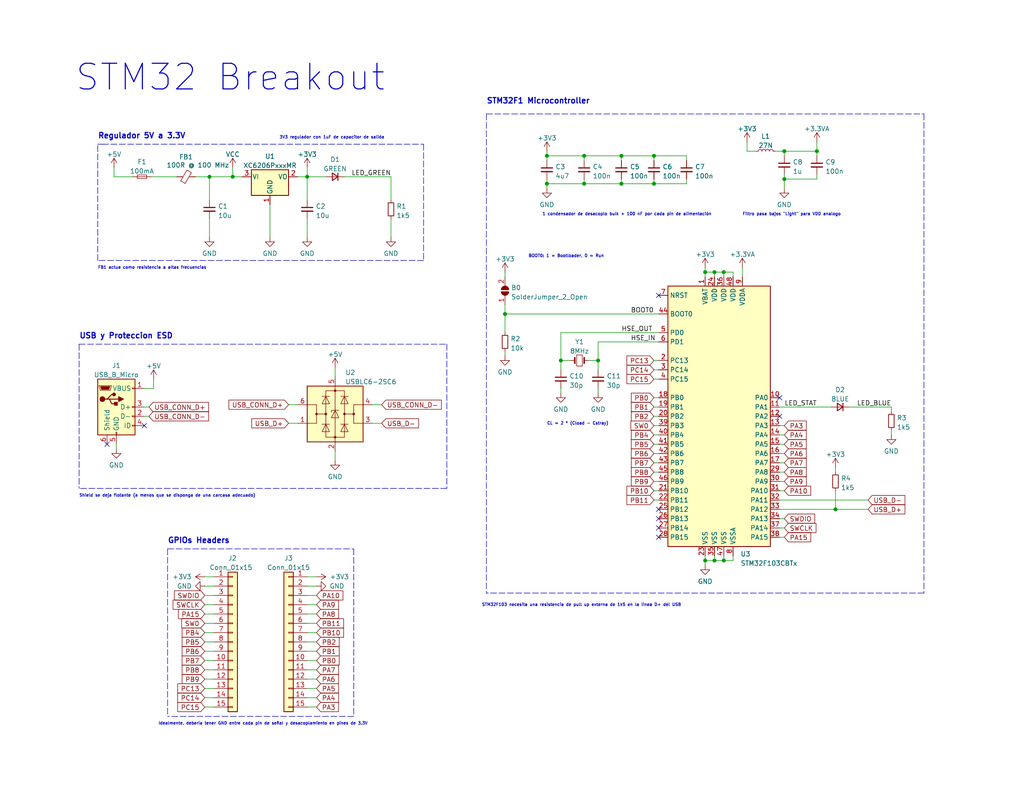
<source format=kicad_sch>
(kicad_sch (version 20211123) (generator eeschema)
  (paper "USLetter")
  (lib_symbols
    (symbol "Connector:USB_B_Micro" (pin_names (offset 1.016))
      (property "Reference" "J" (at -5.08 11.43 0))
      (property "Value" "USB_B_Micro" (at -5.08 8.89 0))
      (symbol "USB_B_Micro_0_1"
        (rectangle (start -5.08 -7.62) (end 5.08 7.62) (stroke (width 0.254)) (fill (type background)))
        (circle (center -3.81 2.159) (radius 0.635) (stroke (width 0.254)) (fill (type outline)))
        (circle (center -0.635 3.429) (radius 0.381) (stroke (width 0.254)) (fill (type outline)))
        (rectangle (start -0.127 -7.62) (end 0.127 -6.858))
        (polyline (pts (xy -1.905 2.159) (xy 0.635 2.159)) (stroke (width 0.254)))
        (polyline (pts (xy -3.175 2.159) (xy -2.54 2.159) (xy -1.27 3.429) (xy -0.635 3.429)) (stroke (width 0.254)))
        (polyline (pts (xy -2.54 2.159) (xy -1.905 2.159) (xy -1.27 0.889) (xy 0 0.889)) (stroke (width 0.254)))
        (polyline (pts (xy 0.635 2.794) (xy 0.635 1.524) (xy 1.905 2.159) (xy 0.635 2.794)) (stroke (width 0.254)) (fill (type outline)))
        (polyline (pts (xy -4.318 5.588) (xy -1.778 5.588) (xy -2.032 4.826) (xy -4.064 4.826) (xy -4.318 5.588)) (fill (type outline)))
        (polyline (pts (xy -4.699 5.842) (xy -4.699 5.588) (xy -4.445 4.826) (xy -4.445 4.572) (xy -1.651 4.572) (xy -1.651 4.826) (xy -1.397 5.588) (xy -1.397 5.842) (xy -4.699 5.842)))
        (rectangle (start 0.254 1.27) (end -0.508 0.508) (stroke (width 0.254)) (fill (type outline)))
        (rectangle (start 5.08 -5.207) (end 4.318 -4.953))
        (rectangle (start 5.08 -2.667) (end 4.318 -2.413))
        (rectangle (start 5.08 -0.127) (end 4.318 0.127))
        (rectangle (start 5.08 4.953) (end 4.318 5.207))
      )
      (symbol "USB_B_Micro_1_1"
        (pin power_out line (at 7.62 5.08 180) (length 2.54) (name "VBUS") (number "1"))
        (pin bidirectional line (at 7.62 -2.54 180) (length 2.54) (name "D-") (number "2"))
        (pin bidirectional line (at 7.62 0 180) (length 2.54) (name "D+") (number "3"))
        (pin passive line (at 7.62 -5.08 180) (length 2.54) (name "ID") (number "4"))
        (pin power_out line (at 0 -10.16 90) (length 2.54) (name "GND") (number "5"))
        (pin passive line (at -2.54 -10.16 90) (length 2.54) (name "Shield") (number "6"))
      )
    )
    (symbol "Connector_Generic:Conn_01x15" (pin_names (offset 1.016) hide)
      (property "Reference" "J" (at 0 20.32 0))
      (property "Value" "Conn_01x15" (at 0 -20.32 0))
      (symbol "Conn_01x15_1_1"
        (rectangle (start -1.27 -17.653) (end 0 -17.907) (stroke (width 0.1524)))
        (rectangle (start -1.27 -15.113) (end 0 -15.367) (stroke (width 0.1524)))
        (rectangle (start -1.27 -12.573) (end 0 -12.827) (stroke (width 0.1524)))
        (rectangle (start -1.27 -10.033) (end 0 -10.287) (stroke (width 0.1524)))
        (rectangle (start -1.27 -7.493) (end 0 -7.747) (stroke (width 0.1524)))
        (rectangle (start -1.27 -4.953) (end 0 -5.207) (stroke (width 0.1524)))
        (rectangle (start -1.27 -2.413) (end 0 -2.667) (stroke (width 0.1524)))
        (rectangle (start -1.27 0.127) (end 0 -0.127) (stroke (width 0.1524)))
        (rectangle (start -1.27 2.667) (end 0 2.413) (stroke (width 0.1524)))
        (rectangle (start -1.27 5.207) (end 0 4.953) (stroke (width 0.1524)))
        (rectangle (start -1.27 7.747) (end 0 7.493) (stroke (width 0.1524)))
        (rectangle (start -1.27 10.287) (end 0 10.033) (stroke (width 0.1524)))
        (rectangle (start -1.27 12.827) (end 0 12.573) (stroke (width 0.1524)))
        (rectangle (start -1.27 15.367) (end 0 15.113) (stroke (width 0.1524)))
        (rectangle (start -1.27 17.907) (end 0 17.653) (stroke (width 0.1524)))
        (rectangle (start -1.27 19.05) (end 1.27 -19.05) (stroke (width 0.254)) (fill (type background)))
        (pin passive line (at -5.08 17.78 0) (length 3.81) (name "Pin_1") (number "1"))
        (pin passive line (at -5.08 -5.08 0) (length 3.81) (name "Pin_10") (number "10"))
        (pin passive line (at -5.08 -7.62 0) (length 3.81) (name "Pin_11") (number "11"))
        (pin passive line (at -5.08 -10.16 0) (length 3.81) (name "Pin_12") (number "12"))
        (pin passive line (at -5.08 -12.7 0) (length 3.81) (name "Pin_13") (number "13"))
        (pin passive line (at -5.08 -15.24 0) (length 3.81) (name "Pin_14") (number "14"))
        (pin passive line (at -5.08 -17.78 0) (length 3.81) (name "Pin_15") (number "15"))
        (pin passive line (at -5.08 15.24 0) (length 3.81) (name "Pin_2") (number "2"))
        (pin passive line (at -5.08 12.7 0) (length 3.81) (name "Pin_3") (number "3"))
        (pin passive line (at -5.08 10.16 0) (length 3.81) (name "Pin_4") (number "4"))
        (pin passive line (at -5.08 7.62 0) (length 3.81) (name "Pin_5") (number "5"))
        (pin passive line (at -5.08 5.08 0) (length 3.81) (name "Pin_6") (number "6"))
        (pin passive line (at -5.08 2.54 0) (length 3.81) (name "Pin_7") (number "7"))
        (pin passive line (at -5.08 0 0) (length 3.81) (name "Pin_8") (number "8"))
        (pin passive line (at -5.08 -2.54 0) (length 3.81) (name "Pin_9") (number "9"))
      )
    )
    (symbol "Device:C_Small" (pin_numbers hide) (pin_names (offset 0.254) hide)
      (property "Reference" "C" (at 0.254 1.778 0))
      (property "Value" "C_Small" (at 0.254 -2.032 0))
      (symbol "C_Small_0_1"
        (polyline (pts (xy -1.524 -0.508) (xy 1.524 -0.508)) (stroke (width 0.3302)))
        (polyline (pts (xy -1.524 0.508) (xy 1.524 0.508)) (stroke (width 0.3048)))
      )
      (symbol "C_Small_1_1"
        (pin passive line (at 0 2.54 270) (length 2.032) (name "~") (number "1"))
        (pin passive line (at 0 -2.54 90) (length 2.032) (name "~") (number "2"))
      )
    )
    (symbol "Device:Crystal_Small" (pin_numbers hide) (pin_names (offset 1.016) hide)
      (property "Reference" "Y" (at 0 2.54 0))
      (property "Value" "Crystal_Small" (at 0 -2.54 0))
      (symbol "Crystal_Small_0_1"
        (rectangle (start -0.762 -1.524) (end 0.762 1.524))
        (polyline (pts (xy -1.27 -0.762) (xy -1.27 0.762)) (stroke (width 0.381)))
        (polyline (pts (xy 1.27 -0.762) (xy 1.27 0.762)) (stroke (width 0.381)))
      )
      (symbol "Crystal_Small_1_1"
        (pin passive line (at -2.54 0 0) (length 1.27) (name "1") (number "1"))
        (pin passive line (at 2.54 0 180) (length 1.27) (name "2") (number "2"))
      )
    )
    (symbol "Device:D_Small" (pin_numbers hide) (pin_names (offset 0.254) hide)
      (property "Reference" "D" (at -1.27 2.032 0))
      (property "Value" "D_Small" (at -3.81 -2.032 0))
      (symbol "D_Small_0_1"
        (polyline (pts (xy -0.762 -1.016) (xy -0.762 1.016)) (stroke (width 0.254)))
        (polyline (pts (xy -0.762 0) (xy 0.762 0)))
        (polyline (pts (xy 0.762 -1.016) (xy -0.762 0) (xy 0.762 1.016) (xy 0.762 -1.016)) (stroke (width 0.254)))
      )
      (symbol "D_Small_1_1"
        (pin passive line (at -2.54 0 0) (length 1.778) (name "K") (number "1"))
        (pin passive line (at 2.54 0 180) (length 1.778) (name "A") (number "2"))
      )
    )
    (symbol "Device:FerriteBead_Small" (pin_numbers hide) (pin_names (offset 0))
      (property "Reference" "FB" (at 1.905 1.27 0))
      (property "Value" "FerriteBead_Small" (at 1.905 -1.27 0))
      (symbol "FerriteBead_Small_0_1"
        (polyline (pts (xy 0 -1.27) (xy 0 -0.7874)))
        (polyline (pts (xy 0 0.889) (xy 0 1.2954)))
        (polyline (pts (xy -1.8288 0.2794) (xy -1.1176 1.4986) (xy 1.8288 -0.2032) (xy 1.1176 -1.4224) (xy -1.8288 0.2794)))
      )
      (symbol "FerriteBead_Small_1_1"
        (pin passive line (at 0 2.54 270) (length 1.27) (name "~") (number "1"))
        (pin passive line (at 0 -2.54 90) (length 1.27) (name "~") (number "2"))
      )
    )
    (symbol "Device:Fuse_Small" (pin_numbers hide) (pin_names (offset 0.254) hide)
      (property "Reference" "F" (at 0 -1.524 0))
      (property "Value" "Fuse_Small" (at 0 1.524 0))
      (symbol "Fuse_Small_0_1"
        (rectangle (start -1.27 0.508) (end 1.27 -0.508))
        (polyline (pts (xy -1.27 0) (xy 1.27 0)))
      )
      (symbol "Fuse_Small_1_1"
        (pin passive line (at -2.54 0 0) (length 1.27) (name "~") (number "1"))
        (pin passive line (at 2.54 0 180) (length 1.27) (name "~") (number "2"))
      )
    )
    (symbol "Device:L_Small" (pin_numbers hide) (pin_names (offset 0.254) hide)
      (property "Reference" "L" (at 0.762 1.016 0))
      (property "Value" "L_Small" (at 0.762 -1.016 0))
      (symbol "L_Small_0_1"
        (arc (start 0 -2.032) (mid 0.508 -1.524) (end 0 -1.016))
        (arc (start 0 -1.016) (mid 0.508 -0.508) (end 0 0))
        (arc (start 0 0) (mid 0.508 0.508) (end 0 1.016))
        (arc (start 0 1.016) (mid 0.508 1.524) (end 0 2.032))
      )
      (symbol "L_Small_1_1"
        (pin passive line (at 0 2.54 270) (length 0.508) (name "~") (number "1"))
        (pin passive line (at 0 -2.54 90) (length 0.508) (name "~") (number "2"))
      )
    )
    (symbol "Device:R_Small" (pin_numbers hide) (pin_names (offset 0.254) hide)
      (property "Reference" "R" (at 0.762 0.508 0))
      (property "Value" "R_Small" (at 0.762 -1.016 0))
      (symbol "R_Small_0_1"
        (rectangle (start -0.762 1.778) (end 0.762 -1.778) (stroke (width 0.2032)))
      )
      (symbol "R_Small_1_1"
        (pin passive line (at 0 2.54 270) (length 0.762) (name "~") (number "1"))
        (pin passive line (at 0 -2.54 90) (length 0.762) (name "~") (number "2"))
      )
    )
    (symbol "Jumper:SolderJumper_2_Open" (pin_names (offset 0) hide)
      (property "Reference" "JP" (at 0 2.032 0))
      (property "Value" "SolderJumper_2_Open" (at 0 -2.54 0))
      (symbol "SolderJumper_2_Open_0_1"
        (arc (start -0.254 1.016) (mid -1.27 0) (end -0.254 -1.016))
        (arc (start -0.254 1.016) (mid -1.27 0) (end -0.254 -1.016) (fill (type outline)))
        (polyline (pts (xy -0.254 1.016) (xy -0.254 -1.016)))
        (polyline (pts (xy 0.254 1.016) (xy 0.254 -1.016)))
        (arc (start 0.254 -1.016) (mid 1.27 0) (end 0.254 1.016))
        (arc (start 0.254 -1.016) (mid 1.27 0) (end 0.254 1.016) (fill (type outline)))
      )
      (symbol "SolderJumper_2_Open_1_1"
        (pin passive line (at -3.81 0 0) (length 2.54) (name "A") (number "1"))
        (pin passive line (at 3.81 0 180) (length 2.54) (name "B") (number "2"))
      )
    )
    (symbol "MCU_ST_STM32F1:STM32F103CBTx"
      (property "Reference" "U" (at -15.24 36.83 0))
      (property "Value" "STM32F103CBTx" (at 7.62 36.83 0))
      (symbol "STM32F103CBTx_0_1"
        (rectangle (start -15.24 -35.56) (end 12.7 35.56) (stroke (width 0.254)) (fill (type background)))
      )
      (symbol "STM32F103CBTx_1_1"
        (pin power_in line (at -5.08 38.1 270) (length 2.54) (name "VBAT") (number "1"))
        (pin bidirectional line (at 15.24 5.08 180) (length 2.54) (name "PA0") (number "10"))
        (pin bidirectional line (at 15.24 2.54 180) (length 2.54) (name "PA1") (number "11"))
        (pin bidirectional line (at 15.24 0 180) (length 2.54) (name "PA2") (number "12"))
        (pin bidirectional line (at 15.24 -2.54 180) (length 2.54) (name "PA3") (number "13"))
        (pin bidirectional line (at 15.24 -5.08 180) (length 2.54) (name "PA4") (number "14"))
        (pin bidirectional line (at 15.24 -7.62 180) (length 2.54) (name "PA5") (number "15"))
        (pin bidirectional line (at 15.24 -10.16 180) (length 2.54) (name "PA6") (number "16"))
        (pin bidirectional line (at 15.24 -12.7 180) (length 2.54) (name "PA7") (number "17"))
        (pin bidirectional line (at -17.78 5.08 0) (length 2.54) (name "PB0") (number "18"))
        (pin bidirectional line (at -17.78 2.54 0) (length 2.54) (name "PB1") (number "19"))
        (pin bidirectional line (at -17.78 15.24 0) (length 2.54) (name "PC13") (number "2"))
        (pin bidirectional line (at -17.78 0 0) (length 2.54) (name "PB2") (number "20"))
        (pin bidirectional line (at -17.78 -20.32 0) (length 2.54) (name "PB10") (number "21"))
        (pin bidirectional line (at -17.78 -22.86 0) (length 2.54) (name "PB11") (number "22"))
        (pin power_in line (at -5.08 -38.1 90) (length 2.54) (name "VSS") (number "23"))
        (pin power_in line (at -2.54 38.1 270) (length 2.54) (name "VDD") (number "24"))
        (pin bidirectional line (at -17.78 -25.4 0) (length 2.54) (name "PB12") (number "25"))
        (pin bidirectional line (at -17.78 -27.94 0) (length 2.54) (name "PB13") (number "26"))
        (pin bidirectional line (at -17.78 -30.48 0) (length 2.54) (name "PB14") (number "27"))
        (pin bidirectional line (at -17.78 -33.02 0) (length 2.54) (name "PB15") (number "28"))
        (pin bidirectional line (at 15.24 -15.24 180) (length 2.54) (name "PA8") (number "29"))
        (pin bidirectional line (at -17.78 12.7 0) (length 2.54) (name "PC14") (number "3"))
        (pin bidirectional line (at 15.24 -17.78 180) (length 2.54) (name "PA9") (number "30"))
        (pin bidirectional line (at 15.24 -20.32 180) (length 2.54) (name "PA10") (number "31"))
        (pin bidirectional line (at 15.24 -22.86 180) (length 2.54) (name "PA11") (number "32"))
        (pin bidirectional line (at 15.24 -25.4 180) (length 2.54) (name "PA12") (number "33"))
        (pin bidirectional line (at 15.24 -27.94 180) (length 2.54) (name "PA13") (number "34"))
        (pin power_in line (at -2.54 -38.1 90) (length 2.54) (name "VSS") (number "35"))
        (pin power_in line (at 0 38.1 270) (length 2.54) (name "VDD") (number "36"))
        (pin bidirectional line (at 15.24 -30.48 180) (length 2.54) (name "PA14") (number "37"))
        (pin bidirectional line (at 15.24 -33.02 180) (length 2.54) (name "PA15") (number "38"))
        (pin bidirectional line (at -17.78 -2.54 0) (length 2.54) (name "PB3") (number "39"))
        (pin bidirectional line (at -17.78 10.16 0) (length 2.54) (name "PC15") (number "4"))
        (pin bidirectional line (at -17.78 -5.08 0) (length 2.54) (name "PB4") (number "40"))
        (pin bidirectional line (at -17.78 -7.62 0) (length 2.54) (name "PB5") (number "41"))
        (pin bidirectional line (at -17.78 -10.16 0) (length 2.54) (name "PB6") (number "42"))
        (pin bidirectional line (at -17.78 -12.7 0) (length 2.54) (name "PB7") (number "43"))
        (pin input line (at -17.78 27.94 0) (length 2.54) (name "BOOT0") (number "44"))
        (pin bidirectional line (at -17.78 -15.24 0) (length 2.54) (name "PB8") (number "45"))
        (pin bidirectional line (at -17.78 -17.78 0) (length 2.54) (name "PB9") (number "46"))
        (pin power_in line (at 0 -38.1 90) (length 2.54) (name "VSS") (number "47"))
        (pin power_in line (at 2.54 38.1 270) (length 2.54) (name "VDD") (number "48"))
        (pin input line (at -17.78 22.86 0) (length 2.54) (name "PD0") (number "5"))
        (pin input line (at -17.78 20.32 0) (length 2.54) (name "PD1") (number "6"))
        (pin input line (at -17.78 33.02 0) (length 2.54) (name "NRST") (number "7"))
        (pin power_in line (at 2.54 -38.1 90) (length 2.54) (name "VSSA") (number "8"))
        (pin power_in line (at 5.08 38.1 270) (length 2.54) (name "VDDA") (number "9"))
      )
    )
    (symbol "Power_Protection:USBLC6-2SC6" (pin_names hide)
      (property "Reference" "U" (at 2.54 8.89 0))
      (property "Value" "USBLC6-2SC6" (at 2.54 -8.89 0))
      (symbol "USBLC6-2SC6_0_1"
        (rectangle (start -7.62 -7.62) (end 7.62 7.62) (stroke (width 0.254)) (fill (type background)))
        (circle (center -5.08 0) (radius 0.254) (fill (type outline)))
        (circle (center -2.54 0) (radius 0.254) (fill (type outline)))
        (rectangle (start -2.54 6.35) (end 2.54 -6.35))
        (circle (center 0 -6.35) (radius 0.254) (fill (type outline)))
        (polyline (pts (xy -5.08 -2.54) (xy -7.62 -2.54)))
        (polyline (pts (xy -5.08 0) (xy -5.08 -2.54)))
        (polyline (pts (xy -5.08 2.54) (xy -7.62 2.54)))
        (polyline (pts (xy -1.524 -2.794) (xy -3.556 -2.794)))
        (polyline (pts (xy -1.524 4.826) (xy -3.556 4.826)))
        (polyline (pts (xy 0 -7.62) (xy 0 -6.35)))
        (polyline (pts (xy 0 -6.35) (xy 0 1.27)))
        (polyline (pts (xy 0 1.27) (xy 0 6.35)))
        (polyline (pts (xy 0 6.35) (xy 0 7.62)))
        (polyline (pts (xy 1.524 -2.794) (xy 3.556 -2.794)))
        (polyline (pts (xy 1.524 4.826) (xy 3.556 4.826)))
        (polyline (pts (xy 5.08 -2.54) (xy 7.62 -2.54)))
        (polyline (pts (xy 5.08 0) (xy 5.08 -2.54)))
        (polyline (pts (xy 5.08 2.54) (xy 7.62 2.54)))
        (polyline (pts (xy -2.54 0) (xy -5.08 0) (xy -5.08 2.54)))
        (polyline (pts (xy 2.54 0) (xy 5.08 0) (xy 5.08 2.54)))
        (polyline (pts (xy -3.556 -4.826) (xy -1.524 -4.826) (xy -2.54 -2.794) (xy -3.556 -4.826)))
        (polyline (pts (xy -3.556 2.794) (xy -1.524 2.794) (xy -2.54 4.826) (xy -3.556 2.794)))
        (polyline (pts (xy -1.016 -1.016) (xy 1.016 -1.016) (xy 0 1.016) (xy -1.016 -1.016)))
        (polyline (pts (xy 1.016 1.016) (xy 0.762 1.016) (xy -1.016 1.016) (xy -1.016 0.508)))
        (polyline (pts (xy 3.556 -4.826) (xy 1.524 -4.826) (xy 2.54 -2.794) (xy 3.556 -4.826)))
        (polyline (pts (xy 3.556 2.794) (xy 1.524 2.794) (xy 2.54 4.826) (xy 3.556 2.794)))
        (circle (center 0 6.35) (radius 0.254) (fill (type outline)))
        (circle (center 2.54 0) (radius 0.254) (fill (type outline)))
        (circle (center 5.08 0) (radius 0.254) (fill (type outline)))
      )
      (symbol "USBLC6-2SC6_1_1"
        (pin passive line (at -10.16 -2.54 0) (length 2.54) (name "I/O1") (number "1"))
        (pin passive line (at 0 -10.16 90) (length 2.54) (name "GND") (number "2"))
        (pin passive line (at 10.16 -2.54 180) (length 2.54) (name "I/O2") (number "3"))
        (pin passive line (at 10.16 2.54 180) (length 2.54) (name "I/O2") (number "4"))
        (pin passive line (at 0 10.16 270) (length 2.54) (name "VBUS") (number "5"))
        (pin passive line (at -10.16 2.54 0) (length 2.54) (name "I/O1") (number "6"))
      )
    )
    (symbol "Regulator_Linear:XC6206PxxxMR" (pin_names (offset 0.254))
      (property "Reference" "U" (at -3.81 3.175 0))
      (property "Value" "XC6206PxxxMR" (at 0 3.175 0))
      (symbol "XC6206PxxxMR_0_1"
        (rectangle (start -5.08 1.905) (end 5.08 -5.08) (stroke (width 0.254)) (fill (type background)))
      )
      (symbol "XC6206PxxxMR_1_1"
        (pin power_in line (at 0 -7.62 90) (length 2.54) (name "GND") (number "1"))
        (pin power_out line (at 7.62 0 180) (length 2.54) (name "VO") (number "2"))
        (pin power_in line (at -7.62 0 0) (length 2.54) (name "VI") (number "3"))
      )
    )
    (symbol "power:+3.3VA" (power) (pin_names (offset 0))
      (property "Value" "+3.3VA" (at 0 3.556 0))
      (symbol "+3.3VA_0_1"
        (polyline (pts (xy -0.762 1.27) (xy 0 2.54)))
        (polyline (pts (xy 0 0) (xy 0 2.54)))
        (polyline (pts (xy 0 2.54) (xy 0.762 1.27)))
      )
      (symbol "+3.3VA_1_1"
        (pin power_in line (at 0 0 90) (length 0) hide (name "+3.3VA") (number "1"))
      )
    )
    (symbol "power:+3V3" (power) (pin_names (offset 0))
      (property "Value" "+3V3" (at 0 3.556 0))
      (symbol "+3V3_0_1"
        (polyline (pts (xy -0.762 1.27) (xy 0 2.54)))
        (polyline (pts (xy 0 0) (xy 0 2.54)))
        (polyline (pts (xy 0 2.54) (xy 0.762 1.27)))
      )
      (symbol "+3V3_1_1"
        (pin power_in line (at 0 0 90) (length 0) hide (name "+3V3") (number "1"))
      )
    )
    (symbol "power:+5V" (power) (pin_names (offset 0))
      (property "Value" "+5V" (at 0 3.556 0))
      (symbol "+5V_0_1"
        (polyline (pts (xy -0.762 1.27) (xy 0 2.54)))
        (polyline (pts (xy 0 0) (xy 0 2.54)))
        (polyline (pts (xy 0 2.54) (xy 0.762 1.27)))
      )
      (symbol "+5V_1_1"
        (pin power_in line (at 0 0 90) (length 0) hide (name "+5V") (number "1"))
      )
    )
    (symbol "power:GND" (power) (pin_names (offset 0))
      (property "Value" "GND" (at 0 -3.81 0))
      (symbol "GND_0_1"
        (polyline (pts (xy 0 0) (xy 0 -1.27) (xy 1.27 -1.27) (xy 0 -2.54) (xy -1.27 -1.27) (xy 0 -1.27)))
      )
      (symbol "GND_1_1"
        (pin power_in line (at 0 0 270) (length 0) hide (name "GND") (number "1"))
      )
    )
    (symbol "power:VCC" (power) (pin_names (offset 0))
      (property "Value" "VCC" (at 0 3.81 0))
      (symbol "VCC_0_1"
        (polyline (pts (xy -0.762 1.27) (xy 0 2.54)))
        (polyline (pts (xy 0 0) (xy 0 2.54)))
        (polyline (pts (xy 0 2.54) (xy 0.762 1.27)))
      )
      (symbol "VCC_1_1"
        (pin power_in line (at 0 0 90) (length 0) hide (name "VCC") (number "1"))
      )
    )
  )
  (junction (at 57.15 48.26))
  (junction (at 194.945 153.035))
  (junction (at 149.225 50.165))
  (junction (at 227.965 139.065))
  (junction (at 153.035 98.425))
  (junction (at 178.435 42.545))
  (junction (at 222.885 41.275))
  (junction (at 213.995 48.895))
  (junction (at 192.405 153.035))
  (junction (at 169.545 50.165))
  (junction (at 83.82 48.26))
  (junction (at 197.485 74.295))
  (junction (at 163.195 98.425))
  (junction (at 197.485 153.035))
  (junction (at 169.545 42.545))
  (junction (at 178.435 50.165))
  (junction (at 192.405 74.295))
  (junction (at 159.385 50.165))
  (junction (at 149.225 42.545))
  (junction (at 63.5 48.26))
  (junction (at 159.385 42.545))
  (junction (at 137.795 85.725))
  (junction (at 194.945 74.295))
  (junction (at 213.995 41.275))
  (no_connect (at 179.705 139.065))
  (no_connect (at 179.705 141.605))
  (no_connect (at 179.705 146.685))
  (no_connect (at 179.705 144.145))
  (no_connect (at 179.705 80.645))
  (no_connect (at 212.725 113.665))
  (no_connect (at 212.725 108.585))
  (no_connect (at 39.37 116.205))
  (no_connect (at 29.21 121.285))
  (wire (pts (xy 227.965 139.065) (xy 236.855 139.065)))
  (wire (pts (xy 213.995 41.275) (xy 213.995 42.545)))
  (wire (pts (xy 179.705 93.345) (xy 163.195 93.345)))
  (wire (pts (xy 203.835 41.275) (xy 206.375 41.275)))
  (wire (pts (xy 63.5 45.72) (xy 63.5 48.26)))
  (wire (pts (xy 163.195 106.045) (xy 163.195 107.315)))
  (wire (pts (xy 83.82 54.61) (xy 83.82 48.26)))
  (wire (pts (xy 106.68 48.26) (xy 106.68 54.61)))
  (wire (pts (xy 39.37 106.045) (xy 41.91 106.045)))
  (wire (pts (xy 159.385 42.545) (xy 159.385 43.815)))
  (wire (pts (xy 83.82 59.69) (xy 83.82 64.77)))
  (wire (pts (xy 212.725 131.445) (xy 213.995 131.445)))
  (wire (pts (xy 194.945 151.765) (xy 194.945 153.035)))
  (wire (pts (xy 243.205 117.475) (xy 243.205 118.745)))
  (wire (pts (xy 192.405 75.565) (xy 192.405 74.295)))
  (wire (pts (xy 137.795 83.185) (xy 137.795 85.725)))
  (wire (pts (xy 55.88 190.5) (xy 58.42 190.5)))
  (wire (pts (xy 178.435 100.965) (xy 179.705 100.965)))
  (wire (pts (xy 83.82 182.88) (xy 86.36 182.88)))
  (wire (pts (xy 137.795 74.295) (xy 137.795 75.565)))
  (wire (pts (xy 83.82 185.42) (xy 86.36 185.42)))
  (wire (pts (xy 212.725 128.905) (xy 213.995 128.905)))
  (wire (pts (xy 222.885 38.735) (xy 222.885 41.275)))
  (wire (pts (xy 178.435 48.895) (xy 178.435 50.165)))
  (wire (pts (xy 41.91 103.505) (xy 41.91 106.045)))
  (polyline (pts (xy 121.92 93.98) (xy 121.92 133.35)))
  (wire (pts (xy 178.435 98.425) (xy 179.705 98.425)))
  (wire (pts (xy 202.565 73.025) (xy 202.565 75.565)))
  (wire (pts (xy 83.82 193.04) (xy 86.36 193.04)))
  (polyline (pts (xy 121.92 133.35) (xy 21.59 133.35)))
  (wire (pts (xy 101.6 115.57) (xy 104.14 115.57)))
  (wire (pts (xy 83.82 187.96) (xy 86.36 187.96)))
  (wire (pts (xy 31.75 121.285) (xy 31.75 122.555)))
  (wire (pts (xy 197.485 74.295) (xy 197.485 75.565)))
  (wire (pts (xy 149.225 48.895) (xy 149.225 50.165)))
  (wire (pts (xy 83.82 160.02) (xy 86.36 160.02)))
  (wire (pts (xy 200.025 153.035) (xy 200.025 151.765)))
  (wire (pts (xy 55.88 165.1) (xy 58.42 165.1)))
  (polyline (pts (xy 21.59 93.98) (xy 21.59 133.35)))
  (wire (pts (xy 83.82 162.56) (xy 86.36 162.56)))
  (polyline (pts (xy 132.715 31.115) (xy 252.095 31.115)))
  (wire (pts (xy 153.035 90.805) (xy 153.035 98.425)))
  (wire (pts (xy 39.37 113.665) (xy 40.64 113.665)))
  (polyline (pts (xy 252.095 31.115) (xy 252.095 161.925)))
  (wire (pts (xy 57.15 59.69) (xy 57.15 64.77)))
  (wire (pts (xy 55.88 167.64) (xy 58.42 167.64)))
  (wire (pts (xy 212.725 121.285) (xy 213.995 121.285)))
  (wire (pts (xy 213.995 41.275) (xy 222.885 41.275)))
  (wire (pts (xy 153.035 106.045) (xy 153.035 107.315)))
  (wire (pts (xy 178.435 123.825) (xy 179.705 123.825)))
  (wire (pts (xy 213.995 48.895) (xy 213.995 51.435)))
  (wire (pts (xy 211.455 41.275) (xy 213.995 41.275)))
  (wire (pts (xy 169.545 42.545) (xy 169.545 43.815)))
  (wire (pts (xy 212.725 123.825) (xy 213.995 123.825)))
  (wire (pts (xy 197.485 74.295) (xy 200.025 74.295)))
  (wire (pts (xy 83.82 190.5) (xy 86.36 190.5)))
  (wire (pts (xy 187.325 42.545) (xy 187.325 43.815)))
  (wire (pts (xy 149.225 43.815) (xy 149.225 42.545)))
  (wire (pts (xy 73.66 55.88) (xy 73.66 64.77)))
  (wire (pts (xy 178.435 111.125) (xy 179.705 111.125)))
  (polyline (pts (xy 132.715 31.115) (xy 132.715 161.925)))
  (wire (pts (xy 149.225 42.545) (xy 159.385 42.545)))
  (wire (pts (xy 192.405 74.295) (xy 194.945 74.295)))
  (polyline (pts (xy 96.52 149.86) (xy 96.52 195.58)))
  (polyline (pts (xy 26.67 71.12) (xy 26.67 39.37)))
  (wire (pts (xy 63.5 48.26) (xy 66.04 48.26)))
  (wire (pts (xy 93.98 48.26) (xy 106.68 48.26)))
  (polyline (pts (xy 96.52 195.58) (xy 45.72 195.58)))
  (wire (pts (xy 203.835 38.735) (xy 203.835 41.275)))
  (wire (pts (xy 178.435 103.505) (xy 179.705 103.505)))
  (wire (pts (xy 212.725 111.125) (xy 226.695 111.125)))
  (wire (pts (xy 83.82 167.64) (xy 86.36 167.64)))
  (wire (pts (xy 83.82 157.48) (xy 86.36 157.48)))
  (wire (pts (xy 39.37 111.125) (xy 40.64 111.125)))
  (wire (pts (xy 200.025 74.295) (xy 200.025 75.565)))
  (wire (pts (xy 192.405 153.035) (xy 192.405 154.305)))
  (wire (pts (xy 137.795 85.725) (xy 137.795 90.805)))
  (wire (pts (xy 83.82 45.72) (xy 83.82 48.26)))
  (wire (pts (xy 83.82 180.34) (xy 86.36 180.34)))
  (wire (pts (xy 159.385 42.545) (xy 169.545 42.545)))
  (wire (pts (xy 101.6 110.49) (xy 104.14 110.49)))
  (wire (pts (xy 160.655 98.425) (xy 163.195 98.425)))
  (wire (pts (xy 91.44 123.19) (xy 91.44 125.73)))
  (wire (pts (xy 83.82 172.72) (xy 86.36 172.72)))
  (wire (pts (xy 178.435 121.285) (xy 179.705 121.285)))
  (wire (pts (xy 222.885 42.545) (xy 222.885 41.275)))
  (wire (pts (xy 178.435 42.545) (xy 187.325 42.545)))
  (polyline (pts (xy 115.57 39.37) (xy 115.57 71.12)))
  (polyline (pts (xy 252.095 161.925) (xy 132.715 161.925)))
  (wire (pts (xy 78.74 110.49) (xy 81.28 110.49)))
  (wire (pts (xy 55.88 160.02) (xy 58.42 160.02)))
  (wire (pts (xy 163.195 93.345) (xy 163.195 98.425)))
  (wire (pts (xy 231.775 111.125) (xy 243.205 111.125)))
  (wire (pts (xy 192.405 151.765) (xy 192.405 153.035)))
  (wire (pts (xy 83.82 48.26) (xy 88.9 48.26)))
  (wire (pts (xy 192.405 153.035) (xy 194.945 153.035)))
  (wire (pts (xy 212.725 146.685) (xy 213.995 146.685)))
  (wire (pts (xy 212.725 126.365) (xy 213.995 126.365)))
  (wire (pts (xy 83.82 170.18) (xy 86.36 170.18)))
  (polyline (pts (xy 115.57 71.12) (xy 26.67 71.12)))
  (wire (pts (xy 169.545 42.545) (xy 178.435 42.545)))
  (wire (pts (xy 197.485 151.765) (xy 197.485 153.035)))
  (wire (pts (xy 243.205 111.125) (xy 243.205 112.395)))
  (wire (pts (xy 153.035 100.965) (xy 153.035 98.425)))
  (polyline (pts (xy 45.72 149.86) (xy 45.72 195.58)))
  (wire (pts (xy 83.82 175.26) (xy 86.36 175.26)))
  (wire (pts (xy 53.34 48.26) (xy 57.15 48.26)))
  (wire (pts (xy 31.115 48.26) (xy 31.115 45.72)))
  (wire (pts (xy 55.88 175.26) (xy 58.42 175.26)))
  (wire (pts (xy 169.545 50.165) (xy 159.385 50.165)))
  (wire (pts (xy 55.88 187.96) (xy 58.42 187.96)))
  (wire (pts (xy 187.325 50.165) (xy 178.435 50.165)))
  (wire (pts (xy 55.88 170.18) (xy 58.42 170.18)))
  (polyline (pts (xy 27.94 39.37) (xy 115.57 39.37)))
  (wire (pts (xy 137.795 85.725) (xy 179.705 85.725)))
  (wire (pts (xy 212.725 144.145) (xy 213.995 144.145)))
  (wire (pts (xy 81.28 48.26) (xy 83.82 48.26)))
  (wire (pts (xy 227.965 127.635) (xy 227.965 128.905)))
  (wire (pts (xy 178.435 108.585) (xy 179.705 108.585)))
  (wire (pts (xy 163.195 98.425) (xy 163.195 100.965)))
  (wire (pts (xy 91.44 100.33) (xy 91.44 102.87)))
  (wire (pts (xy 212.725 116.205) (xy 213.995 116.205)))
  (wire (pts (xy 178.435 133.985) (xy 179.705 133.985)))
  (wire (pts (xy 55.88 172.72) (xy 58.42 172.72)))
  (wire (pts (xy 83.82 177.8) (xy 86.36 177.8)))
  (wire (pts (xy 149.225 50.165) (xy 149.225 51.435)))
  (wire (pts (xy 169.545 48.895) (xy 169.545 50.165)))
  (polyline (pts (xy 26.67 39.37) (xy 27.94 39.37)))
  (wire (pts (xy 55.88 185.42) (xy 58.42 185.42)))
  (wire (pts (xy 197.485 153.035) (xy 200.025 153.035)))
  (wire (pts (xy 57.15 48.26) (xy 63.5 48.26)))
  (polyline (pts (xy 21.59 93.98) (xy 121.92 93.98)))
  (wire (pts (xy 212.725 141.605) (xy 213.995 141.605)))
  (wire (pts (xy 212.725 133.985) (xy 213.995 133.985)))
  (wire (pts (xy 137.795 95.885) (xy 137.795 97.155)))
  (wire (pts (xy 212.725 136.525) (xy 236.855 136.525)))
  (wire (pts (xy 178.435 118.745) (xy 179.705 118.745)))
  (wire (pts (xy 187.325 48.895) (xy 187.325 50.165)))
  (wire (pts (xy 178.435 116.205) (xy 179.705 116.205)))
  (wire (pts (xy 178.435 126.365) (xy 179.705 126.365)))
  (wire (pts (xy 55.88 193.04) (xy 58.42 193.04)))
  (wire (pts (xy 83.82 165.1) (xy 86.36 165.1)))
  (wire (pts (xy 222.885 47.625) (xy 222.885 48.895)))
  (wire (pts (xy 55.88 177.8) (xy 58.42 177.8)))
  (wire (pts (xy 106.68 59.69) (xy 106.68 64.77)))
  (wire (pts (xy 178.435 113.665) (xy 179.705 113.665)))
  (wire (pts (xy 194.945 74.295) (xy 197.485 74.295)))
  (wire (pts (xy 212.725 118.745) (xy 213.995 118.745)))
  (polyline (pts (xy 45.72 149.86) (xy 96.52 149.86)))
  (wire (pts (xy 153.035 90.805) (xy 179.705 90.805)))
  (wire (pts (xy 55.88 180.34) (xy 58.42 180.34)))
  (wire (pts (xy 57.15 48.26) (xy 57.15 54.61)))
  (wire (pts (xy 36.195 48.26) (xy 31.115 48.26)))
  (wire (pts (xy 149.225 41.275) (xy 149.225 42.545)))
  (wire (pts (xy 159.385 48.895) (xy 159.385 50.165)))
  (wire (pts (xy 41.275 48.26) (xy 48.26 48.26)))
  (wire (pts (xy 194.945 74.295) (xy 194.945 75.565)))
  (wire (pts (xy 222.885 48.895) (xy 213.995 48.895)))
  (wire (pts (xy 178.435 50.165) (xy 169.545 50.165)))
  (wire (pts (xy 55.88 157.48) (xy 58.42 157.48)))
  (wire (pts (xy 194.945 153.035) (xy 197.485 153.035)))
  (wire (pts (xy 178.435 136.525) (xy 179.705 136.525)))
  (wire (pts (xy 55.88 182.88) (xy 58.42 182.88)))
  (wire (pts (xy 159.385 50.165) (xy 149.225 50.165)))
  (wire (pts (xy 178.435 42.545) (xy 178.435 43.815)))
  (wire (pts (xy 153.035 98.425) (xy 155.575 98.425)))
  (wire (pts (xy 227.965 133.985) (xy 227.965 139.065)))
  (wire (pts (xy 55.88 162.56) (xy 58.42 162.56)))
  (wire (pts (xy 178.435 131.445) (xy 179.705 131.445)))
  (wire (pts (xy 78.74 115.57) (xy 81.28 115.57)))
  (wire (pts (xy 192.405 73.025) (xy 192.405 74.295)))
  (wire (pts (xy 212.725 139.065) (xy 227.965 139.065)))
  (wire (pts (xy 213.995 47.625) (xy 213.995 48.895)))
  (wire (pts (xy 178.435 128.905) (xy 179.705 128.905)))
  (text "Regulador 5V a 3.3V" (at 26.67 38.1 0) (effects (font (size 1.5 1.5) (thickness 0.3) bold) (justify left bottom)))
  (text "STM32F1 Microcontroller" (at 132.715 28.575 0) (effects (font (size 1.5 1.5) (thickness 0.3) bold) (justify left bottom)))
  (text "STM32F103 necesita una resistencia de pull up externa de 1k5 en la linea D+ del USB" (at 131.445 165.735 0) (effects (font (size 0.8 0.8)) (justify left bottom)))
  (text "Filtro pasa bajos \"Light\" para VDD analogo" (at 202.565 59.055 0) (effects (font (size 0.8 0.8)) (justify left bottom)))
  (text "1 condensador de desacoplo bulk + 100 nF por cada pin de alimentación" (at 147.955 59.055 0) (effects (font (size 0.8 0.8)) (justify left bottom)))
  (text "FB1 actua como resistencia a altas frecuencias" (at 26.67 73.66 0) (effects (font (size 0.8 0.8)) (justify left bottom)))
  (text "CL = 2 * (Cload - Cstray)" (at 149.225 116.205 0) (effects (font (size 0.8 0.8)) (justify left bottom)))
  (text "Idealmente, debería tener GND entre cada pin de señal y desacoplamiento en pines de 3.3V" (at 43.18 198.12 0) (effects (font (size 0.8 0.8)) (justify left bottom)))
  (text "USB y Proteccion ESD" (at 21.59 92.71 0) (effects (font (size 1.5 1.5) (thickness 0.3) bold) (justify left bottom)))
  (text "Shield se deja flotante (a menos que se disponga de una carcasa adecuado)" (at 21.59 135.89 0) (effects (font (size 0.8 0.8)) (justify left bottom)))
  (text "BOOT0: 1 = Bootloader, 0 = Run " (at 144.145 70.485 0) (effects (font (size 0.8 0.8)) (justify left bottom)))
  (text "STM32 Breakout" (at 20.32 25.4 0) (effects (font (size 7 7) (thickness 0.3) bold) (justify left bottom)))
  (text "3V3 regulador con 1uF de capacitor de salida" (at 76.2 38.1 0) (effects (font (size 0.8 0.8)) (justify left bottom)))
  (text "GPIOs Headers" (at 45.72 148.59 0) (effects (font (size 1.5 1.5) (thickness 0.3) bold) (justify left bottom)))
  (label "LED_STAT" (at 222.885 111.125 180))
  (label "HSE_IN" (at 172.085 93.345 0))
  (label "HSE_OUT" (at 169.545 90.805 0))
  (label "LED_BLUE" (at 243.205 111.125 180))
  (label "LED_GREEN" (at 106.68 48.26 180))
  (label "BOOT0" (at 172.085 85.725 0))
  (global_label "PC13" (shape input) (at 178.435 98.425 180) (property "Intersheet References" "${INTERSHEET_REFS}" (effects hide)))
  (global_label "PB10" (shape input) (at 86.36 172.72 0) (property "Intersheet References" "${INTERSHEET_REFS}" (effects hide)))
  (global_label "SW0" (shape input) (at 55.88 170.18 180) (property "Intersheet References" "${INTERSHEET_REFS}" (effects hide)))
  (global_label "PB2" (shape input) (at 86.36 175.26 0) (property "Intersheet References" "${INTERSHEET_REFS}" (effects hide)))
  (global_label "PC14" (shape input) (at 178.435 100.965 180) (property "Intersheet References" "${INTERSHEET_REFS}" (effects hide)))
  (global_label "PC13" (shape input) (at 55.88 187.96 180) (property "Intersheet References" "${INTERSHEET_REFS}" (effects hide)))
  (global_label "PA7" (shape input) (at 213.995 126.365 0) (property "Intersheet References" "${INTERSHEET_REFS}" (effects hide)))
  (global_label "PA15" (shape input) (at 55.88 167.64 180) (property "Intersheet References" "${INTERSHEET_REFS}" (effects hide)))
  (global_label "PB0" (shape input) (at 86.36 180.34 0) (property "Intersheet References" "${INTERSHEET_REFS}" (effects hide)))
  (global_label "PA4" (shape input) (at 213.995 118.745 0) (property "Intersheet References" "${INTERSHEET_REFS}" (effects hide)))
  (global_label "PB4" (shape input) (at 55.88 172.72 180) (property "Intersheet References" "${INTERSHEET_REFS}" (effects hide)))
  (global_label "PB1" (shape input) (at 178.435 111.125 180) (property "Intersheet References" "${INTERSHEET_REFS}" (effects hide)))
  (global_label "PB6" (shape input) (at 55.88 177.8 180) (property "Intersheet References" "${INTERSHEET_REFS}" (effects hide)))
  (global_label "PB5" (shape input) (at 178.435 121.285 180) (property "Intersheet References" "${INTERSHEET_REFS}" (effects hide)))
  (global_label "PA3" (shape input) (at 86.36 193.04 0) (property "Intersheet References" "${INTERSHEET_REFS}" (effects hide)))
  (global_label "USB_D-" (shape input) (at 104.14 115.57 0) (property "Intersheet References" "${INTERSHEET_REFS}" (effects hide)))
  (global_label "PB10" (shape input) (at 178.435 133.985 180) (property "Intersheet References" "${INTERSHEET_REFS}" (effects hide)))
  (global_label "PB1" (shape input) (at 86.36 177.8 0) (property "Intersheet References" "${INTERSHEET_REFS}" (effects hide)))
  (global_label "SWDIO" (shape input) (at 213.995 141.605 0) (property "Intersheet References" "${INTERSHEET_REFS}" (effects hide)))
  (global_label "PB9" (shape input) (at 55.88 185.42 180) (property "Intersheet References" "${INTERSHEET_REFS}" (effects hide)))
  (global_label "PA10" (shape input) (at 86.36 162.56 0) (property "Intersheet References" "${INTERSHEET_REFS}" (effects hide)))
  (global_label "USB_CONN_D-" (shape input) (at 40.64 113.665 0) (property "Intersheet References" "${INTERSHEET_REFS}" (effects hide)))
  (global_label "PA8" (shape input) (at 213.995 128.905 0) (property "Intersheet References" "${INTERSHEET_REFS}" (effects hide)))
  (global_label "SWCLK" (shape input) (at 213.995 144.145 0) (property "Intersheet References" "${INTERSHEET_REFS}" (effects hide)))
  (global_label "SWCLK" (shape input) (at 55.88 165.1 180) (property "Intersheet References" "${INTERSHEET_REFS}" (effects hide)))
  (global_label "SWDIO" (shape input) (at 55.88 162.56 180) (property "Intersheet References" "${INTERSHEET_REFS}" (effects hide)))
  (global_label "PA6" (shape input) (at 213.995 123.825 0) (property "Intersheet References" "${INTERSHEET_REFS}" (effects hide)))
  (global_label "PB11" (shape input) (at 86.36 170.18 0) (property "Intersheet References" "${INTERSHEET_REFS}" (effects hide)))
  (global_label "PA9" (shape input) (at 213.995 131.445 0) (property "Intersheet References" "${INTERSHEET_REFS}" (effects hide)))
  (global_label "PB9" (shape input) (at 178.435 131.445 180) (property "Intersheet References" "${INTERSHEET_REFS}" (effects hide)))
  (global_label "PB5" (shape input) (at 55.88 175.26 180) (property "Intersheet References" "${INTERSHEET_REFS}" (effects hide)))
  (global_label "PB8" (shape input) (at 178.435 128.905 180) (property "Intersheet References" "${INTERSHEET_REFS}" (effects hide)))
  (global_label "PB11" (shape input) (at 178.435 136.525 180) (property "Intersheet References" "${INTERSHEET_REFS}" (effects hide)))
  (global_label "PB2" (shape input) (at 178.435 113.665 180) (property "Intersheet References" "${INTERSHEET_REFS}" (effects hide)))
  (global_label "PB7" (shape input) (at 178.435 126.365 180) (property "Intersheet References" "${INTERSHEET_REFS}" (effects hide)))
  (global_label "PB4" (shape input) (at 178.435 118.745 180) (property "Intersheet References" "${INTERSHEET_REFS}" (effects hide)))
  (global_label "PA7" (shape input) (at 86.36 182.88 0) (property "Intersheet References" "${INTERSHEET_REFS}" (effects hide)))
  (global_label "PA15" (shape input) (at 213.995 146.685 0) (property "Intersheet References" "${INTERSHEET_REFS}" (effects hide)))
  (global_label "USB_D+" (shape input) (at 78.74 115.57 180) (property "Intersheet References" "${INTERSHEET_REFS}" (effects hide)))
  (global_label "PA9" (shape input) (at 86.36 165.1 0) (property "Intersheet References" "${INTERSHEET_REFS}" (effects hide)))
  (global_label "PA10" (shape input) (at 213.995 133.985 0) (property "Intersheet References" "${INTERSHEET_REFS}" (effects hide)))
  (global_label "PA4" (shape input) (at 86.36 190.5 0) (property "Intersheet References" "${INTERSHEET_REFS}" (effects hide)))
  (global_label "USB_D+" (shape input) (at 236.855 139.065 0) (property "Intersheet References" "${INTERSHEET_REFS}" (effects hide)))
  (global_label "PB0" (shape input) (at 178.435 108.585 180) (property "Intersheet References" "${INTERSHEET_REFS}" (effects hide)))
  (global_label "PB6" (shape input) (at 178.435 123.825 180) (property "Intersheet References" "${INTERSHEET_REFS}" (effects hide)))
  (global_label "PA5" (shape input) (at 213.995 121.285 0) (property "Intersheet References" "${INTERSHEET_REFS}" (effects hide)))
  (global_label "USB_CONN_D+" (shape input) (at 78.74 110.49 180) (property "Intersheet References" "${INTERSHEET_REFS}" (effects hide)))
  (global_label "PB8" (shape input) (at 55.88 182.88 180) (property "Intersheet References" "${INTERSHEET_REFS}" (effects hide)))
  (global_label "PA5" (shape input) (at 86.36 187.96 0) (property "Intersheet References" "${INTERSHEET_REFS}" (effects hide)))
  (global_label "SW0" (shape input) (at 178.435 116.205 180) (property "Intersheet References" "${INTERSHEET_REFS}" (effects hide)))
  (global_label "USB_CONN_D+" (shape input) (at 40.64 111.125 0) (property "Intersheet References" "${INTERSHEET_REFS}" (effects hide)))
  (global_label "PA3" (shape input) (at 213.995 116.205 0) (property "Intersheet References" "${INTERSHEET_REFS}" (effects hide)))
  (global_label "PC15" (shape input) (at 55.88 193.04 180) (property "Intersheet References" "${INTERSHEET_REFS}" (effects hide)))
  (global_label "USB_D-" (shape input) (at 236.855 136.525 0) (property "Intersheet References" "${INTERSHEET_REFS}" (effects hide)))
  (global_label "PC14" (shape input) (at 55.88 190.5 180) (property "Intersheet References" "${INTERSHEET_REFS}" (effects hide)))
  (global_label "USB_CONN_D-" (shape input) (at 104.14 110.49 0) (property "Intersheet References" "${INTERSHEET_REFS}" (effects hide)))
  (global_label "PC15" (shape input) (at 178.435 103.505 180) (property "Intersheet References" "${INTERSHEET_REFS}" (effects hide)))
  (global_label "PB7" (shape input) (at 55.88 180.34 180) (property "Intersheet References" "${INTERSHEET_REFS}" (effects hide)))
  (global_label "PA6" (shape input) (at 86.36 185.42 0) (property "Intersheet References" "${INTERSHEET_REFS}" (effects hide)))
  (global_label "PA8" (shape input) (at 86.36 167.64 0) (property "Intersheet References" "${INTERSHEET_REFS}" (effects hide)))
  (symbol (lib_id "power:+3.3VA") (at 202.565 73.025 0) (unit 1)
    (property "Reference" "#PWR0109" (effects hide))
    (property "Value" "+3.3VA" (at 202.565 69.4492 0))
  )
  (symbol (lib_id "Device:FerriteBead_Small") (at 50.8 48.26 90) (unit 1)
    (property "Reference" "FB1" (at 50.7619 42.8584 90))
    (property "Value" "100R @ 100 MHz" (at 53.975 45.085 90))
    (property "Footprint" "Inductor_SMD:L_0805_2012Metric" (effects hide))
  )
  (symbol (lib_id "Jumper:SolderJumper_2_Open") (at 137.795 79.375 90) (unit 1)
    (property "Reference" "B0" (at 139.446 78.5403 90) (effects (justify right)))
    (property "Value" "SolderJumper_2_Open" (at 139.446 81.0772 90) (effects (justify right)))
    (property "Footprint" "Jumper:SolderJumper-2_P1.3mm_Open_Pad1.0x1.5mm" (effects hide))
  )
  (symbol (lib_id "power:GND") (at 192.405 154.305 0) (unit 1)
    (property "Reference" "#PWR0103" (effects hide))
    (property "Value" "GND" (at 192.405 158.7484 0))
  )
  (symbol (lib_id "Power_Protection:USBLC6-2SC6") (at 91.44 113.03 0) (unit 1)
    (property "Reference" "U2" (at 94.2087 101.7102 0) (effects (justify left)))
    (property "Value" "USBLC6-2SC6" (at 94.2087 104.2471 0) (effects (justify left)))
    (property "Footprint" "Package_TO_SOT_SMD:SOT-23-6" (effects hide))
    (property "Datasheet" "https://www.st.com/resource/en/datasheet/usblc6-2.pdf" (effects hide))
  )
  (symbol (lib_id "Device:C_Small") (at 153.035 103.505 0) (unit 1)
    (property "Reference" "C10" (at 155.3591 102.6766 0) (effects (justify left)))
    (property "Value" "30p" (at 155.3591 105.2135 0) (effects (justify left)))
    (property "Footprint" "Capacitor_SMD:C_0402_1005Metric" (effects hide))
  )
  (symbol (lib_id "power:GND") (at 213.995 51.435 0) (unit 1)
    (property "Reference" "#PWR0114" (effects hide))
    (property "Value" "GND" (at 213.995 55.8784 0))
  )
  (symbol (lib_id "Device:Fuse_Small") (at 38.735 48.26 0) (unit 1)
    (property "Reference" "F1" (at 38.735 44.1792 0))
    (property "Value" "100mA" (at 38.735 46.7161 0))
    (property "Footprint" "Fuse:Fuse_0603_1608Metric" (effects hide))
  )
  (symbol (lib_id "Connector_Generic:Conn_01x15") (at 63.5 175.26 0) (unit 1)
    (property "Reference" "J2" (at 62.23 152.4 0) (effects (justify left)))
    (property "Value" "Conn_01x15" (at 57.15 154.94 0) (effects (justify left)))
    (property "Footprint" "Connector_PinHeader_2.54mm:PinHeader_1x15_P2.54mm_Vertical" (effects hide))
  )
  (symbol (lib_id "power:GND") (at 86.36 160.02 90) (unit 1)
    (property "Reference" "#PWR0126" (effects hide))
    (property "Value" "GND" (at 93.98 160.02 90) (effects (justify left)))
  )
  (symbol (lib_id "power:GND") (at 137.795 97.155 0) (unit 1)
    (property "Reference" "#PWR0104" (effects hide))
    (property "Value" "GND" (at 137.795 101.5984 0))
  )
  (symbol (lib_id "power:+3V3") (at 86.36 157.48 270) (unit 1)
    (property "Reference" "#PWR0125" (effects hide))
    (property "Value" "+3V3" (at 95.25 157.48 90) (effects (justify right)))
  )
  (symbol (lib_id "power:+3V3") (at 203.835 38.735 0) (unit 1)
    (property "Reference" "#PWR0112" (effects hide))
    (property "Value" "+3V3" (at 203.835 35.1592 0))
  )
  (symbol (lib_id "power:+3V3") (at 55.88 157.48 90) (unit 1)
    (property "Reference" "#PWR0123" (effects hide))
    (property "Value" "+3V3" (at 46.99 157.48 90) (effects (justify right)))
  )
  (symbol (lib_id "power:+5V") (at 31.115 45.72 0) (unit 1)
    (property "Reference" "#PWR0129" (effects hide))
    (property "Value" "+5V" (at 31.115 42.1442 0))
  )
  (symbol (lib_id "power:GND") (at 55.88 160.02 270) (unit 1)
    (property "Reference" "#PWR0124" (effects hide))
    (property "Value" "GND" (at 48.26 160.02 90) (effects (justify left)))
  )
  (symbol (lib_id "Device:C_Small") (at 57.15 57.15 0) (unit 1)
    (property "Reference" "C1" (at 59.4741 56.3216 0) (effects (justify left)))
    (property "Value" "10u" (at 59.4741 58.8585 0) (effects (justify left)))
    (property "Footprint" "Capacitor_SMD:C_0603_1608Metric" (effects hide))
  )
  (symbol (lib_id "power:GND") (at 91.44 125.73 0) (unit 1)
    (property "Reference" "#PWR0127" (effects hide))
    (property "Value" "GND" (at 91.44 130.1734 0))
  )
  (symbol (lib_id "power:+5V") (at 91.44 100.33 0) (unit 1)
    (property "Reference" "#PWR0128" (effects hide))
    (property "Value" "+5V" (at 91.44 96.7542 0))
  )
  (symbol (lib_id "power:+3V3") (at 83.82 45.72 0) (unit 1)
    (property "Reference" "#PWR0116" (effects hide))
    (property "Value" "+3V3" (at 83.82 42.1442 0))
  )
  (symbol (lib_id "Device:L_Small") (at 208.915 41.275 90) (unit 1)
    (property "Reference" "L1" (at 208.915 37.1942 90))
    (property "Value" "27N" (at 208.915 39.7311 90))
    (property "Footprint" "Inductor_SMD:L_0402_1005Metric" (effects hide))
  )
  (symbol (lib_id "power:VCC") (at 63.5 45.72 0) (unit 1)
    (property "Reference" "#PWR0122" (effects hide))
    (property "Value" "VCC" (at 63.5 42.1442 0))
  )
  (symbol (lib_id "Device:Crystal_Small") (at 158.115 98.425 0) (unit 1)
    (property "Reference" "Y1" (at 158.115 93.3282 0))
    (property "Value" "8MHz" (at 158.115 95.8651 0))
    (property "Footprint" "Crystal:Crystal_SMD_5032-2Pin_5.0x3.2mm" (effects hide))
  )
  (symbol (lib_id "power:+3.3VA") (at 222.885 38.735 0) (unit 1)
    (property "Reference" "#PWR0113" (effects hide))
    (property "Value" "+3.3VA" (at 222.885 35.1592 0))
  )
  (symbol (lib_id "Device:C_Small") (at 169.545 46.355 0) (unit 1)
    (property "Reference" "C5" (at 171.8691 45.5266 0) (effects (justify left)))
    (property "Value" "100n" (at 171.8691 48.0635 0) (effects (justify left)))
    (property "Footprint" "Capacitor_SMD:C_0402_1005Metric" (effects hide))
  )
  (symbol (lib_id "Device:R_Small") (at 137.795 93.345 0) (unit 1)
    (property "Reference" "R2" (at 139.2936 92.5103 0) (effects (justify left)))
    (property "Value" "10k" (at 139.2936 95.0472 0) (effects (justify left)))
    (property "Footprint" "Resistor_SMD:R_0402_1005Metric" (effects hide))
  )
  (symbol (lib_id "Device:D_Small") (at 229.235 111.125 180) (unit 1)
    (property "Reference" "D2" (at 229.235 106.4092 0))
    (property "Value" "BLUE" (at 229.235 108.9461 0))
    (property "Footprint" "LED_SMD:LED_0603_1608Metric" (effects hide))
  )
  (symbol (lib_id "power:GND") (at 106.68 64.77 0) (unit 1)
    (property "Reference" "#PWR0115" (effects hide))
    (property "Value" "GND" (at 106.68 69.2134 0))
  )
  (symbol (lib_id "Device:R_Small") (at 243.205 114.935 0) (unit 1)
    (property "Reference" "R3" (at 244.7036 114.1003 0) (effects (justify left)))
    (property "Value" "1k5" (at 244.7036 116.6372 0) (effects (justify left)))
    (property "Footprint" "Resistor_SMD:R_0603_1608Metric" (effects hide))
  )
  (symbol (lib_id "Device:C_Small") (at 149.225 46.355 0) (unit 1)
    (property "Reference" "C3" (at 151.5491 45.5266 0) (effects (justify left)))
    (property "Value" "4u7" (at 151.5491 48.0635 0) (effects (justify left)))
    (property "Footprint" "Capacitor_SMD:C_0603_1608Metric" (effects hide))
  )
  (symbol (lib_id "power:GND") (at 57.15 64.77 0) (unit 1)
    (property "Reference" "#PWR0121" (effects hide))
    (property "Value" "GND" (at 57.15 69.2134 0))
  )
  (symbol (lib_id "Device:C_Small") (at 213.995 45.085 0) (unit 1)
    (property "Reference" "C8" (at 216.3191 44.2566 0) (effects (justify left)))
    (property "Value" "1u" (at 216.3191 46.7935 0) (effects (justify left)))
    (property "Footprint" "Capacitor_SMD:C_0402_1005Metric" (effects hide))
  )
  (symbol (lib_id "Device:D_Small") (at 91.44 48.26 180) (unit 1)
    (property "Reference" "D1" (at 91.44 43.5442 0))
    (property "Value" "GREEN" (at 91.44 46.0811 0))
    (property "Footprint" "LED_SMD:LED_0603_1608Metric" (effects hide))
  )
  (symbol (lib_id "power:+3V3") (at 192.405 73.025 0) (unit 1)
    (property "Reference" "#PWR0110" (effects hide))
    (property "Value" "+3V3" (at 192.405 69.4492 0))
  )
  (symbol (lib_id "power:+3V3") (at 137.795 74.295 0) (unit 1)
    (property "Reference" "#PWR0111" (effects hide))
    (property "Value" "+3V3" (at 137.795 70.7192 0))
  )
  (symbol (lib_id "power:+5V") (at 41.91 103.505 0) (unit 1)
    (property "Reference" "#PWR0117" (effects hide))
    (property "Value" "+5V" (at 41.91 99.9292 0))
  )
  (symbol (lib_id "Device:C_Small") (at 222.885 45.085 0) (unit 1)
    (property "Reference" "C9" (at 225.2091 44.2566 0) (effects (justify left)))
    (property "Value" "100n" (at 225.2091 46.7935 0) (effects (justify left)))
    (property "Footprint" "Capacitor_SMD:C_0402_1005Metric" (effects hide))
  )
  (symbol (lib_id "Device:C_Small") (at 178.435 46.355 0) (unit 1)
    (property "Reference" "C6" (at 180.7591 45.5266 0) (effects (justify left)))
    (property "Value" "100n" (at 180.7591 48.0635 0) (effects (justify left)))
    (property "Footprint" "Capacitor_SMD:C_0402_1005Metric" (effects hide))
  )
  (symbol (lib_id "power:GND") (at 243.205 118.745 0) (unit 1)
    (property "Reference" "#PWR0107" (effects hide))
    (property "Value" "GND" (at 243.205 123.1884 0))
  )
  (symbol (lib_id "Device:C_Small") (at 83.82 57.15 0) (unit 1)
    (property "Reference" "C2" (at 86.1441 56.3216 0) (effects (justify left)))
    (property "Value" "10u" (at 86.1441 58.8585 0) (effects (justify left)))
    (property "Footprint" "Capacitor_SMD:C_0603_1608Metric" (effects hide))
  )
  (symbol (lib_id "power:GND") (at 149.225 51.435 0) (unit 1)
    (property "Reference" "#PWR0101" (effects hide))
    (property "Value" "GND" (at 149.225 55.8784 0))
  )
  (symbol (lib_id "Connector_Generic:Conn_01x15") (at 78.74 175.26 0) (mirror y) (unit 1)
    (property "Reference" "J3" (at 78.74 152.4 0))
    (property "Value" "Conn_01x15" (at 78.74 154.94 0))
    (property "Footprint" "Connector_PinHeader_2.54mm:PinHeader_1x15_P2.54mm_Vertical" (effects hide))
  )
  (symbol (lib_id "power:+3V3") (at 149.225 41.275 0) (unit 1)
    (property "Reference" "#PWR0102" (effects hide))
    (property "Value" "+3V3" (at 149.225 37.6992 0))
  )
  (symbol (lib_id "power:+3V3") (at 227.965 127.635 0) (unit 1)
    (property "Reference" "#PWR0106" (effects hide))
    (property "Value" "+3V3" (at 227.965 124.0592 0))
  )
  (symbol (lib_id "power:GND") (at 73.66 64.77 0) (unit 1)
    (property "Reference" "#PWR0118" (effects hide))
    (property "Value" "GND" (at 73.66 69.2134 0))
  )
  (symbol (lib_id "Device:C_Small") (at 187.325 46.355 0) (unit 1)
    (property "Reference" "C7" (at 189.6491 45.5266 0) (effects (justify left)))
    (property "Value" "100n" (at 189.6491 48.0635 0) (effects (justify left)))
    (property "Footprint" "Capacitor_SMD:C_0402_1005Metric" (effects hide))
  )
  (symbol (lib_id "power:GND") (at 83.82 64.77 0) (unit 1)
    (property "Reference" "#PWR0119" (effects hide))
    (property "Value" "GND" (at 83.82 69.2134 0))
  )
  (symbol (lib_id "Regulator_Linear:XC6206PxxxMR") (at 73.66 48.26 0) (unit 1)
    (property "Reference" "U1" (at 73.66 42.6552 0))
    (property "Value" "XC6206PxxxMR" (at 73.66 45.1921 0))
    (property "Footprint" "Package_TO_SOT_SMD:SOT-23" (effects hide))
    (property "Datasheet" "https://www.torexsemi.com/file/xc6206/XC6206.pdf" (effects hide))
  )
  (symbol (lib_id "Device:R_Small") (at 227.965 131.445 0) (unit 1)
    (property "Reference" "R4" (at 229.4636 130.6103 0) (effects (justify left)))
    (property "Value" "1k5" (at 229.4636 133.1472 0) (effects (justify left)))
    (property "Footprint" "Resistor_SMD:R_0402_1005Metric" (effects hide))
  )
  (symbol (lib_id "power:GND") (at 163.195 107.315 0) (unit 1)
    (property "Reference" "#PWR0108" (effects hide))
    (property "Value" "GND" (at 163.195 111.7584 0))
  )
  (symbol (lib_id "Device:R_Small") (at 106.68 57.15 0) (unit 1)
    (property "Reference" "R1" (at 108.1786 56.3153 0) (effects (justify left)))
    (property "Value" "1k5" (at 108.1786 58.8522 0) (effects (justify left)))
    (property "Footprint" "Resistor_SMD:R_0603_1608Metric" (effects hide))
  )
  (symbol (lib_id "power:GND") (at 31.75 122.555 0) (unit 1)
    (property "Reference" "#PWR0120" (effects hide))
    (property "Value" "GND" (at 31.75 126.9984 0))
  )
  (symbol (lib_id "power:GND") (at 153.035 107.315 0) (unit 1)
    (property "Reference" "#PWR0105" (effects hide))
    (property "Value" "GND" (at 153.035 111.7584 0))
  )
  (symbol (lib_id "Device:C_Small") (at 163.195 103.505 0) (unit 1)
    (property "Reference" "C11" (at 165.5191 102.6766 0) (effects (justify left)))
    (property "Value" "30p" (at 165.5191 105.2135 0) (effects (justify left)))
    (property "Footprint" "Capacitor_SMD:C_0402_1005Metric" (effects hide))
  )
  (symbol (lib_id "Device:C_Small") (at 159.385 46.355 0) (unit 1)
    (property "Reference" "C4" (at 161.7091 45.5266 0) (effects (justify left)))
    (property "Value" "100n" (at 161.7091 48.0635 0) (effects (justify left)))
    (property "Footprint" "Capacitor_SMD:C_0402_1005Metric" (effects hide))
  )
  (symbol (lib_id "Connector:USB_B_Micro") (at 31.75 111.125 0) (unit 1)
    (property "Reference" "J1" (at 31.75 99.8052 0))
    (property "Value" "USB_B_Micro" (at 31.75 102.3421 0))
    (property "Footprint" "Connector_USB:USB_Micro-B_Wuerth_629105150521" (effects hide))
  )
  (symbol (lib_id "MCU_ST_STM32F1:STM32F103CBTx") (at 197.485 113.665 0) (unit 1)
    (property "Reference" "U3" (at 202.0444 151.2554 0) (effects (justify left)))
    (property "Value" "STM32F103CBTx" (at 202.0444 153.7923 0) (effects (justify left)))
    (property "Footprint" "Package_QFP:LQFP-48_7x7mm_P0.5mm" (effects hide))
    (property "Datasheet" "http://www.st.com/st-web-ui/static/active/en/resource/technical/document/datasheet/CD00161566.pdf" (effects hide))
  )
)
</source>
